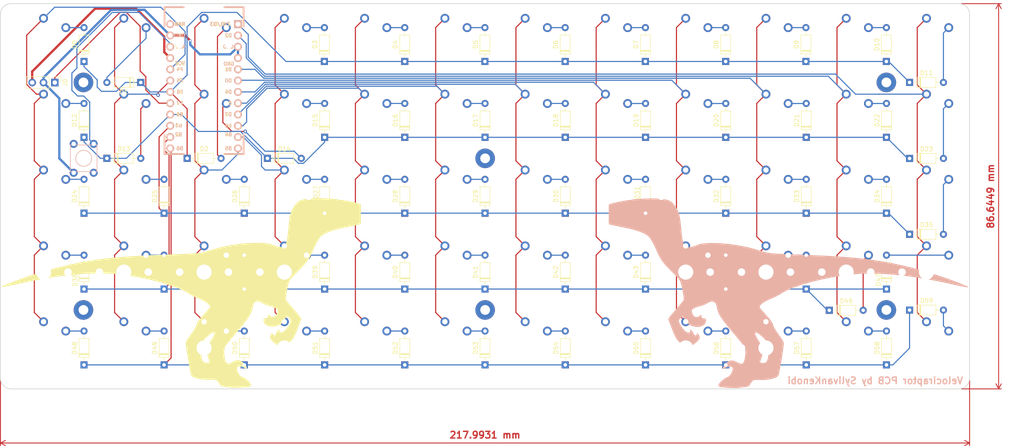
<source format=kicad_pcb>
(kicad_pcb (version 20221018) (generator pcbnew)
  (layers (0 "F.Cu" signal) (31 "B.Cu" signal) (34 "B.Paste" user) (35 "F.Paste" user) (36 "B.SilkS" user "B.Silkscreen") (37 "F.SilkS" user "F.Silkscreen") (38 "B.Mask" user) (39 "F.Mask" user) (44 "Edge.Cuts" user))
  (net 0 "")
  (net 1 "/COL0")
  (net 2 "/COL1")
  (net 3 "/COL2")
  (net 4 "/COL3")
  (net 5 "/COL4")
  (net 6 "/COL5")
  (net 7 "/COL6")
  (net 8 "/COL7")
  (net 9 "/COL8")
  (net 10 "/COL9")
  (net 11 "/COL10")
  (net 12 "/COL11")
  (net 13 "/PIN15")
  (net 14 "GND")
  (net 15 "+5V")
  (net 16 "/ROW0")
  (net 17 "/ROW1")
  (net 18 "/ROW2")
  (net 19 "/ROW3")
  (net 20 "/ROW4")
  (net 21 "Net-(D0-A)")
  (net 22 "Net-(D1-A)")
  (net 23 "Net-(D2-A)")
  (net 24 "Net-(D3-A)")
  (net 25 "Net-(D4-A)")
  (net 26 "Net-(D5-A)")
  (net 27 "Net-(D6-A)")
  (net 28 "Net-(D7-A)")
  (net 29 "Net-(D8-A)")
  (net 30 "Net-(D9-A)")
  (net 31 "Net-(D10-A)")
  (net 32 "Net-(D11-A)")
  (net 33 "Net-(D12-A)")
  (net 34 "Net-(D13-A)")
  (net 35 "Net-(D14-A)")
  (net 36 "Net-(D15-A)")
  (net 37 "Net-(D16-A)")
  (net 38 "Net-(D17-A)")
  (net 39 "Net-(D18-A)")
  (net 40 "Net-(D19-A)")
  (net 41 "Net-(D20-A)")
  (net 42 "Net-(D21-A)")
  (net 43 "Net-(D22-A)")
  (net 44 "Net-(D23-A)")
  (net 45 "Net-(D24-A)")
  (net 46 "Net-(D25-A)")
  (net 47 "Net-(D26-A)")
  (net 48 "Net-(D27-A)")
  (net 49 "Net-(D28-A)")
  (net 50 "Net-(D29-A)")
  (net 51 "Net-(D30-A)")
  (net 52 "Net-(D31-A)")
  (net 53 "Net-(D32-A)")
  (net 54 "Net-(D33-A)")
  (net 55 "Net-(D34-A)")
  (net 56 "Net-(D35-A)")
  (net 57 "Net-(D36-A)")
  (net 58 "Net-(D37-A)")
  (net 59 "Net-(D38-A)")
  (net 60 "Net-(D39-A)")
  (net 61 "Net-(D40-A)")
  (net 62 "Net-(D41-A)")
  (net 63 "Net-(D42-A)")
  (net 64 "Net-(D43-A)")
  (net 65 "Net-(D44-A)")
  (net 66 "Net-(D45-A)")
  (net 67 "Net-(D46-A)")
  (net 68 "Net-(D47-A)")
  (net 69 "Net-(D48-A)")
  (net 70 "Net-(D49-A)")
  (net 71 "Net-(D50-A)")
  (net 72 "Net-(D51-A)")
  (net 73 "Net-(D52-A)")
  (net 74 "Net-(D53-A)")
  (net 75 "Net-(D54-A)")
  (net 76 "Net-(D55-A)")
  (net 77 "Net-(D56-A)")
  (net 78 "Net-(D57-A)")
  (net 79 "Net-(D58-A)")
  (net 80 "Net-(D59-A)")
  (net 81 "Net-(U0-RST)")
  (footprint "Diode_THT:D_DO-35_SOD27_P7.62mm_Horizontal" (layer "F.Cu") (at 64.816199 43.23 180)
    (fp_text reference "D1")
    (fp_text value "1N4148")
  )
  (footprint "Keebio-Parts:Kailh-PG1350-1u-NoLED" (layer "F.Cu") (at 205.441239 85.8875 180)
    (fp_text reference "SW45")
    (fp_text value "MX" hide)
  )
  (footprint "Diode_THT:D_DO-35_SOD27_P7.62mm_Horizontal" (layer "F.Cu") (at 232.525 38.51 90)
    (fp_text reference "D10")
    (fp_text value "1N4148")
  )
  (footprint "Keebio-Parts:Kailh-PG1350-1u-NoLED" (layer "F.Cu") (at 61.006199 85.8875 180)
    (fp_text reference "SW37")
    (fp_text value "MX" hide)
  )
  (footprint "Connector_PinHeader_2.54mm:PinHeader_1x03_P2.54mm_Vertical" (layer "F.Cu") (at 45.476819 43.25 -90)
    (fp_text reference "J0")
    (fp_text value "Conn_01x03")
  )
  (footprint "Diode_THT:D_DO-35_SOD27_P7.62mm_Horizontal" (layer "F.Cu") (at 232.549999 72.635 90)
    (fp_text reference "D34")
    (fp_text value "1N4148")
  )
  (footprint "Keebio-Parts:Kailh-PG1350-1u-NoLED" (layer "F.Cu") (at 151.278099 34.7 180)
    (fp_text reference "SW6")
    (fp_text value "MX" hide)
  )
  (footprint "Diode_THT:D_DO-35_SOD27_P7.62mm_Horizontal" (layer "F.Cu") (at 196.4 72.635 90)
    (fp_text reference "D32")
    (fp_text value "1N4148")
  )
  (footprint "Diode_THT:D_DO-35_SOD27_P7.62mm_Horizontal" (layer "F.Cu") (at 232.549999 106.76 90)
    (fp_text reference "D58")
    (fp_text value "1N4148")
  )
  (footprint "Keebio-Parts:Kailh-PG1350-1u-NoLED" (layer "F.Cu") (at 241.549999 85.8875 180)
    (fp_text reference "SW47")
    (fp_text value "MX" hide)
  )
  (footprint "Diode_THT:D_DO-35_SOD27_P7.62mm_Horizontal" (layer "F.Cu") (at 106.169339 55.5725 90)
    (fp_text reference "D15")
    (fp_text value "1N4148")
  )
  (footprint "Keebio-Parts:Kailh-PG1350-1u-NoLED" (layer "F.Cu") (at 151.278099 51.7625 180)
    (fp_text reference "SW18")
    (fp_text value "MX" hide)
  )
  (footprint "Diode_THT:D_DO-35_SOD27_P7.62mm_Horizontal" (layer "F.Cu") (at 160.3 89.6975 90)
    (fp_text reference "D42")
    (fp_text value "1N4148")
  )
  (footprint "Diode_THT:D_DO-35_SOD27_P7.62mm_Horizontal" (layer "F.Cu") (at 142.25 89.6975 90)
    (fp_text reference "D41")
    (fp_text value "1N4148")
  )
  (footprint "Keebio-Parts:Kailh-PG1350-1u-NoLED" (layer "F.Cu") (at 97.114959 51.7625 180)
    (fp_text reference "SW15")
    (fp_text value "MX" hide)
  )
  (footprint "Keebio-Parts:Kailh-PG1350-1u-NoLED" (layer "F.Cu") (at 133.223719 102.95 180)
    (fp_text reference "SW53")
    (fp_text value "MX" hide)
  )
  (footprint "Keebio-Parts:Kailh-PG1350-1u-NoLED" (layer "F.Cu") (at 133.223719 85.8875 180)
    (fp_text reference "SW41")
    (fp_text value "MX" hide)
  )
  (footprint "Diode_THT:D_DO-35_SOD27_P7.62mm_Horizontal" (layer "F.Cu") (at 106.125 38.51 90)
    (fp_text reference "D3")
    (fp_text value "1N4148")
  )
  (footprint "Keebio-Parts:Kailh-PG1350-1u-NoLED" (layer "F.Cu") (at 151.278099 85.8875 180)
    (fp_text reference "SW42")
    (fp_text value "MX" hide)
  )
  (footprint "Keebio-Parts:Kailh-PG1350-1u-NoLED" (layer "F.Cu") (at 169.332479 51.7625 180)
    (fp_text reference "SW19")
    (fp_text value "MX" hide)
  )
  (footprint "Keebio-Parts:Kailh-PG1350-1u-NoLED" (layer "F.Cu") (at 115.169339 51.7625 180)
    (fp_text reference "SW16")
    (fp_text value "MX" hide)
  )
  (footprint "Diode_THT:D_DO-35_SOD27_P7.62mm_Horizontal" (layer "F.Cu") (at 124.2 89.6975 90)
    (fp_text reference "D40")
    (fp_text value "1N4148")
  )
  (footprint "Keebio-Parts:Kailh-PG1350-1u-NoLED" (layer "F.Cu") (at 169.332479 85.8875 180)
    (fp_text reference "SW43")
    (fp_text value "MX" hide)
  )
  (footprint "Diode_THT:D_DO-35_SOD27_P7.62mm_Horizontal" (layer "F.Cu") (at 124.2 106.76 90)
    (fp_text reference "D52")
    (fp_text value "1N4148")
  )
  (footprint "Diode_THT:D_DO-35_SOD27_P7.62mm_Horizontal" (layer "F.Cu") (at 178.35 106.76 90)
    (fp_text reference "D55")
    (fp_text value "1N4148")
  )
  (footprint "Keebio-Parts:Kailh-PG1350-1u-NoLED" (layer "F.Cu") (at 61.006199 68.825 180)
    (fp_text reference "SW25")
    (fp_text value "MX" hide)
  )
  (footprint "Keebio-Parts:Kailh-PG1350-1u-NoLED" (layer "F.Cu") (at 187.386859 51.7625 180)
    (fp_text reference "SW20")
    (fp_text value "MX" hide)
  )
  (footprint "Diode_THT:D_DO-35_SOD27_P7.62mm_Horizontal" (layer "F.Cu") (at 214.425 38.51 90)
    (fp_text reference "D9")
    (fp_text value "1N4148")
  )
  (footprint "Diode_THT:D_DO-35_SOD27_P7.62mm_Horizontal" (layer "F.Cu") (at 237.739999 94.425)
    (fp_text reference "D59")
    (fp_text value "1N4148")
  )
  (footprint "Diode_THT:D_DO-35_SOD27_P7.62mm_Horizontal" (layer "F.Cu") (at 70.060579 106.76 90)
    (fp_text reference "D49")
    (fp_text value "1N4148")
  )
  (footprint "Keebio-Parts:Kailh-PG1350-1u-NoLED" (layer "F.Cu") (at 169.332479 34.7 180)
    (fp_text reference "SW7")
    (fp_text value "MX" hide)
  )
  (footprint "Diode_THT:D_DO-35_SOD27_P7.62mm_Horizontal" (layer "F.Cu") (at 196.4 89.6975 90)
    (fp_text reference "D44")
    (fp_text value "1N4148")
  )
  (footprint "Keebio-Parts:Kailh-PG1350-1u-NoLED" (layer "F.Cu") (at 115.169339 34.7 180)
    (fp_text reference "SW4")
    (fp_text value "MX" hide)
  )
  (footprint "Keebio-Parts:Kailh-PG1350-1u-NoLED" (layer "F.Cu") (at 187.386859 85.8875 180)
    (fp_text reference "SW44")
    (fp_text value "MX" hide)
  )
  (footprint "Diode_THT:D_DO-35_SOD27_P7.62mm_Horizontal" (layer "F.Cu") (at 70.060579 89.6975 90)
    (fp_text reference "D37")
    (fp_text value "1N4148")
  )
  (footprint "Diode_THT:D_DO-35_SOD27_P7.62mm_Horizontal" (layer "F.Cu") (at 178.35 72.635 90)
    (fp_text reference "D31")
    (fp_text value "1N4148")
  )
  (footprint "" (layer "F.Cu") (at 232.525 94.4)
    (fp_text reference "")
    (fp_text value "")
  )
  (footprint "Diode_THT:D_DO-35_SOD27_P7.62mm_Horizontal" (layer "F.Cu") (at 142.225 38.51 90)
    (fp_text reference "D5")
    (fp_text value "1N4148")
  )
  (footprint "Diode_THT:D_DO-35_SOD27_P7.62mm_Horizontal" (layer "F.Cu") (at 196.375 38.51 90)
    (fp_text reference "D8")
    (fp_text value "1N4148")
  )
  (footprint "Diode_THT:D_DO-35_SOD27_P7.62mm_Horizontal" (layer "F.Cu") (at 57.196199 60.3)
    (fp_text reference "D13")
    (fp_text value "1N4148")
  )
  (footprint "Keebio-Parts:Kailh-PG1350-1u-NoLED" (layer "F.Cu") (at 79.060579 68.825 180)
    (fp_text reference "SW26")
    (fp_text value "MX" hide)
  )
  (footprint "Keebio-Parts:Kailh-PG1350-1u-NoLED" (layer "F.Cu") (at 223.495619 68.825 180)
    (fp_text reference "SW34")
    (fp_text value "MX" hide)
  )
  (footprint "LOGO" (layer "F.Cu") (at 73.9 90.6)
    (fp_text reference "G***" hide)
    (fp_text value "LOGO" hide)
  )
  (footprint "Diode_THT:D_DO-35_SOD27_P7.62mm_Horizontal" (layer "F.Cu") (at 219.685619 94.475)
    (fp_text reference "D46")
    (fp_text value "1N4148")
  )
  (footprint "Keebio-Parts:Kailh-PG1350-1u-NoLED" (layer "F.Cu") (at 151.278099 102.95 180)
    (fp_text reference "SW54")
    (fp_text value "MX" hide)
  )
  (footprint "Diode_THT:D_DO-35_SOD27_P7.62mm_Horizontal" (layer "F.Cu") (at 52.05 72.635 90)
    (fp_text reference "D24")
    (fp_text value "1N4148")
  )
  (footprint "Diode_THT:D_DO-35_SOD27_P7.62mm_Horizontal" (layer "F.Cu") (at 214.5 89.6975 90)
    (fp_text reference "D45")
    (fp_text value "1N4148")
  )
  (footprint "Keebio-Parts:Kailh-PG1350-1u-NoLED" (layer "F.Cu") (at 223.495619 102.95 180)
    (fp_text reference "SW58")
    (fp_text value "MX" hide)
  )
  (footprint "Diode_THT:D_DO-35_SOD27_P7.62mm_Horizontal" (layer "F.Cu") (at 237.739999 60.325)
    (fp_text reference "D23")
    (fp_text value "1N4148")
  )
  (footprint "Keebio-Parts:Kailh-PG1350-1u-NoLED" (layer "F.Cu") (at 133.223719 34.7 180)
    (fp_text reference "SW5")
    (fp_text value "MX" hide)
  )
  (footprint "Keebio-Parts:Kailh-PG1350-1u-NoLED" (layer "F.Cu") (at 223.495619 34.7 180)
    (fp_text reference "SW10")
    (fp_text value "MX" hide)
  )
  (footprint "Keebio-Parts:Kailh-PG1350-1u-NoLED" (layer "F.Cu") (at 205.441239 34.7 180)
    (fp_text reference "SW9")
    (fp_text value "MX" hide)
  )
  (footprint "Keebio-Parts:Kailh-PG1350-1u-NoLED" (layer "F.Cu") (at 61.006199 34.7 180)
    (fp_text reference "SW1")
    (fp_text value "MX" hide)
  )
  (footprint "Keebio-Parts:Kailh-PG1350-1u-NoLED" (layer "F.Cu") (at 79.060579 102.95 180)
    (fp_text reference "SW50")
    (fp_text value "MX" hide)
  )
  (footprint "Diode_THT:D_DO-35_SOD27_P7.62mm_Horizontal" (layer "F.Cu") (at 124.194339 38.51 90)
    (fp_text reference "D4")
    (fp_text value "1N4148")
  )
  (footprint "Diode_THT:D_DO-35_SOD27_P7.62mm_Horizontal" (layer "F.Cu") (at 106.169339 106.76 90)
    (fp_text reference "D51")
    (fp_text value "1N4148")
  )
  (footprint "Keebio-Parts:Kailh-PG1350-1u-NoLED" (layer "F.Cu") (at 79.060579 85.8875 180)
    (fp_text reference "SW38")
    (fp_text value "MX" hide)
  )
  (footprint "Keebio-Parts:Kailh-PG1350-1u-NoLED" (layer "F.Cu") (at 115.169339 68.825 180)
    (fp_text reference "SW28")
    (fp_text value "MX" hide)
  )
  (footprint "Keebio-Parts:Kailh-PG1350-1u-NoLED" (layer "F.Cu") (at 61.006199 51.7625 180)
    (fp_text reference "SW13")
    (fp_text value "MX" hide)
  )
  (footprint "Keebio-Parts:Kailh-PG1350-1u-NoLED" (layer "F.Cu") (at 205.441239 102.95 180)
    (fp_text reference "SW57")
    (fp_text value "MX" hide)
  )
  (footprint "Keebio-Parts:Kailh-PG1350-1u-NoLED" (layer "F.Cu") (at 42.951819 85.8875 180)
    (fp_text reference "SW36")
    (fp_text value "MX" hide)
  )
  (footprint "Diode_THT:D_DO-35_SOD27_P7.62mm_Horizontal" (layer "F.Cu") (at 214.5 55.5725 90)
    (fp_text reference "D21")
    (fp_text value "1N4148")
  )
  (footprint "Diode_THT:D_DO-35_SOD27_P7.62mm_Horizontal" (layer "F.Cu") (at 52.05 55.5725 90)
    (fp_text reference "D12")
    (fp_text value "1N4148")
  )
  (footprint "Keebio-Parts:Kailh-PG1350-1u-NoLED" (layer "F.Cu") (at 241.549999 34.7 180)
    (fp_text reference "SW11")
    (fp_text value "MX" hide)
  )
  (footprint "Keebio-Parts:Kailh-PG1350-1u-NoLED" (layer "F.Cu") (at 42.951819 34.7 180)
    (fp_text reference "SW0")
    (fp_text value "MX" hide)
  )
  (footprint "Diode_THT:D_DO-35_SOD27_P7.62mm_Horizontal" (layer "F.Cu") (at 52.05 106.76 90)
    (fp_text reference "D48")
    (fp_text value "1N4148")
  )
  (footprint "Diode_THT:D_DO-35_SOD27_P7.62mm_Horizontal" (layer "F.Cu") (at 178.35 55.5725 90)
    (fp_text reference "D19")
    (fp_text value "1N4148")
  )
  (footprint "Keebio-Parts:Kailh-PG1350-1u-NoLED" (layer "F.Cu") (at 115.169339 85.8875 180)
    (fp_text reference "SW40")
    (fp_text value "MX" hide)
  )
  (footprint "Diode_THT:D_DO-35_SOD27_P7.62mm_Horizontal" (layer "F.Cu") (at 160.3 72.635 90)
    (fp_text reference "D30")
    (fp_text value "1N4148")
  )
  (footprint "Diode_THT:D_DO-35_SOD27_P7.62mm_Horizontal" (layer "F.Cu") (at 93.304959 60.3)
    (fp_text reference "D14")
    (fp_text value "1N4148")
  )
  (footprint "Keebio-Parts:Kailh-PG1350-1u-NoLED" (layer "F.Cu") (at 223.495619 85.8875 180)
    (fp_text reference "SW46")
    (fp_text value "MX" hide)
  )
  (footprint "Keebio-Parts:Kailh-PG1350-1u-NoLED" (layer "F.Cu") (at 205.441239 68.825 180)
    (fp_text reference "SW33")
    (fp_text value "MX" hide)
  )
  (footprint "Diode_THT:D_DO-35_SOD27_P7.62mm_Horizontal" (layer "F.Cu") (at 142.25 72.635 90)
    (fp_text reference "D29")
    (fp_text value "1N4148")
  )
  (footprint "Diode_THT:D_DO-35_SOD27_P7.62mm_Horizontal" (layer "F.Cu") (at 70.060579 72.635 90)
    (fp_text reference "D25")
    (fp_text value "1N4148")
  )
  (footprint "Diode_THT:D_DO-35_SOD27_P7.62mm_Horizontal" (layer "F.Cu") (at 88.1 106.76 90)
    (fp_text reference "D50")
    (fp_text value "1N4148")
  )
  (footprint "Diode_THT:D_DO-35_SOD27_P7.62mm_Horizontal" (layer "F.Cu") (at 196.4 55.5725 90)
    (fp_text reference "D20")
    (fp_text value "1N4148")
  )
  (footprint "" (layer "F.Cu") (at 51.925 94.4)
    (fp_text reference "")
    (fp_text value "")
  )
  (footprint "Diode_THT:D_DO-35_SOD27_P7.62mm_Horizontal" (layer "F.Cu") (at 142.25 106.76 90)
    (fp_text reference "D53")
    (fp_text value "1N4148")
  )
  (footprint "Diode_THT:D_DO-35_SOD27_P7.62mm_Horizontal" (layer "F.Cu") (at 75.250579 60.3)
    (fp_text reference "D2")
    (fp_text value "1N4148")
  )
  (footprint "Keebio-Parts:Kailh-PG1350-1u-NoLED" (layer "F.Cu") (at 241.549999 68.825 180)
    (fp_text reference "SW35")
    (fp_text value "MX" hide)
  )
  (footprint "Keebio-Parts:Kailh-PG1350-1u-NoLED" (layer "F.Cu") (at 187.386859 34.7 180)
    (fp_text reference "SW8")
    (fp_text value "MX" hide)
  )
  (footprint "Diode_THT:D_DO-35_SOD27_P7.62mm_Horizontal" (layer "F.Cu") (at 52.05 89.6975 90)
    (fp_text reference "D36")
    (fp_text value "1N4148")
  )
  (footprint "Diode_THT:D_DO-35_SOD27_P7.62mm_Horizontal" (layer "F.Cu") (at 178.325 38.51 90)
    (fp_text reference "D7")
    (fp_text value "1N4148")
  )
  (footprint "Keebio-Parts:Kailh-PG1350-1u-NoLED" (layer "F.Cu") (at 241.549999 51.7625 180)
    (fp_text reference "SW23")
    (fp_text value "MX" hide)
  )
  (footprint "Keebio-Parts:Kailh-PG1350-1u-NoLED" (layer "F.Cu") (at 42.951819 68.825 180)
    (fp_text reference "SW24")
    (fp_text value "MX" hide)
  )
  (footprint "Keebio-Parts:Kailh-PG1350-1u-NoLED" (layer "F.Cu") (at 97.114959 34.7 180)
    (fp_text reference "SW3")
    (fp_text value "MX" hide)
  )
  (footprint "Keebio-Parts:Kailh-PG1350-1u-NoLED" (layer "F.Cu") (at 151.278099 68.825 180)
    (fp_text reference "SW30")
    (fp_text value "MX" hide)
  )
  (footprint "Keebio-Parts:Kailh-PG1350-1u-NoLED" (layer "F.Cu") (at 61.006199 102.95 180)
    (fp_text reference "SW49")
    (fp_text value "MX" hide)
  )
  (footprint "Keebio-Parts:Kailh-PG1350-1u-NoLED" (layer "F.Cu") (at 42.951819 102.95 180)
    (fp_text reference "SW48")
    (fp_text value "MX" hide)
  )
  (footprint "Keebio-Parts:Kailh-PG1350-1u-NoLED" (layer "F.Cu") (at 133.223719 68.825 180)
    (fp_text reference "SW29")
    (fp_text value "MX" hide)
  )
  (footprint "Diode_THT:D_DO-35_SOD27_P7.62mm_Horizontal" (layer "F.Cu") (at 124.2 72.635 90)
    (fp_text reference "D28")
    (fp_text value "1N4148")
  )
  (footprint "Keebio-Parts:Kailh-PG1350-1u-NoLED" (layer "F.Cu") (at 187.386859 68.825 180)
    (fp_text reference "SW32")
    (fp_text value "MX" hide)
  )
  (footprint "Keebio-Parts:Kailh-PG1350-1u-NoLED" (layer "F.Cu") (at 133.223719 51.7625 180)
    (fp_text reference "SW17")
    (fp_text value "MX" hide)
  )
  (footprint "Diode_THT:D_DO-35_SOD27_P7.62mm_Horizontal" (layer "F.Cu") (at 124.2 55.5725 90)
    (fp_text reference "D16")
    (fp_text value "1N4148")
  )
  (footprint "Keebio-Parts:Kailh-PG1350-1u-NoLED" (layer "F.Cu") (at 241.549999 102.95 180)
    (fp_text reference "SW59")
    (fp_text value "MX" hide)
  )
  (footprint "Diode_THT:D_DO-35_SOD27_P7.62mm_Horizontal" (layer "F.Cu") (at 160.3 55.5725 90)
    (fp_text reference "D18")
    (fp_text value "1N4148")
  )
  (footprint "Diode_THT:D_DO-35_SOD27_P7.62mm_Horizontal" (layer "F.Cu") (at 214.5 106.76 90)
    (fp_text reference "D57")
    (fp_text value "1N4148")
  )
  (footprint "" (layer "F.Cu") (at 51.925 43.225)
    (fp_text reference "")
    (fp_text value "")
  )
  (footprint "Diode_THT:D_DO-35_SOD27_P7.62mm_Horizontal" (layer "F.Cu") (at 214.5 72.635 90)
    (fp_text reference "D33")
    (fp_text value "1N4148")
  )
  (footprint "Diode_THT:D_DO-35_SOD27_P7.62mm_Horizontal" (layer "F.Cu") (at 106.169339 89.6975 90)
    (fp_text reference "D39")
    (fp_text value "1N4148")
  )
  (footprint "Diode_THT:D_DO-35_SOD27_P7.62mm_Horizontal" (layer "F.Cu") (at 88.1 72.635 90)
    (fp_text reference "D26")
    (fp_text value "1N4148")
  )
  (footprint "Keebio-Parts:Kailh-PG1350-1u-NoLED" (layer "F.Cu") (at 97.114959 85.8875 180)
    (fp_text reference "SW39")
    (fp_text value "MX" hide)
  )
  (footprint "" (layer "F.Cu") (at 142.275 60.3)
    (fp_text reference "")
    (fp_text value "")
  )
  (footprint "Diode_THT:D_DO-35_SOD27_P7.62mm_Horizontal" (layer "F.Cu") (at 237.739999 77.3875)
    (fp_text reference "D35")
    (fp_text value "1N4148")
  )
  (footprint "Keebio-Parts:Kailh-PG1350-1u-NoLED" (layer "F.Cu") (at 115.169339 102.95 180)
    (fp_text reference "SW52")
    (fp_text value "MX" hide)
  )
  (footprint "Diode_THT:D_DO-35_SOD27_P7.62mm_Horizontal" (layer "F.Cu") (at 160.275 38.51 90)
    (fp_text reference "D6")
    (fp_text value "1N4148")
  )
  (footprint "" (layer "F.Cu") (at 232.525 43.225)
    (fp_text reference "")
    (fp_text value "")
  )
  (footprint "Diode_THT:D_DO-35_SOD27_P7.62mm_Horizontal" (layer "F.Cu") (at 160.3 106.76 90)
    (fp_text reference "D54")
    (fp_text value "1N4148")
  )
  (footprint "Diode_THT:D_DO-35_SOD27_P7.62mm_Horizontal" (layer "F.Cu") (at 52.05 38.51 90)
    (fp_text reference "D0")
    (fp_text value "1N4148" hide)
  )
  (footprint "Diode_THT:D_DO-35_SOD27_P7.62mm_Horizontal" (layer "F.Cu") (at 196.4 106.76 90)
    (fp_text reference "D56")
    (fp_text value "1N4148")
  )
  (footprint "Diode_THT:D_DO-35_SOD27_P7.62mm_Horizontal" (layer "F.Cu") (at 237.739999 43.225)
    (fp_text reference "D11")
    (fp_text value "1N4148")
  )
  (footprint "Diode_THT:D_DO-35_SOD27_P7.62mm_Horizontal" (layer "F.Cu") (at 106.169339 72.635 90)
    (fp_text reference "D27")
    (fp_text value "1N4148")
  )
  (footprint "Diode_THT:D_DO-35_SOD27_P7.62mm_Horizontal" (layer "F.Cu") (at 88.1 89.6975 90)
    (fp_text reference "D38")
    (fp_text value "1N4148")
  )
  (footprint "Diode_THT:D_DO-35_SOD27_P7.62mm_Horizontal" (layer "F.Cu") (at 142.25 55.5725 90)
    (fp_text reference "D17")
    (fp_text value "1N4148")
  )
  (footprint "Keebio-Parts:Kailh-PG1350-1u-NoLED" (layer "F.Cu") (at 97.114959 68.825 180)
    (fp_text reference "SW27")
    (fp_text value "MX" hide)
  )
  (footprint "Keebio-Parts:Kailh-PG1350-1u-NoLED" (layer "F.Cu") (at 169.332479 102.95 180)
    (fp_text reference "SW55")
    (fp_text value "MX" hide)
  )
  (footprint "Diode_THT:D_DO-35_SOD27_P7.62mm_Horizontal" (layer "F.Cu") (at 232.549999 55.5725 90)
    (fp_text reference "D22")
    (fp_text value "1N4148")
  )
  (footprint "Diode_THT:D_DO-35_SOD27_P7.62mm_Horizontal" (layer "F.Cu") (at 178.35 89.6975 90)
    (fp_text reference "D43")
    (fp_text value "1N4148")
  )
  (footprint "Keebio-Parts:Kailh-PG1350-1u-NoLED" (layer "F.Cu") (at 223.495619 51.7625 180)
    (fp_text reference "SW22")
    (fp_text value "MX" hide)
  )
  (footprint "Diode_THT:D_DO-35_SOD27_P7.62mm_Horizontal" (layer "F.Cu") (at 232.549999 89.6975 90)
    (fp_text reference "D47")
    (fp_text value "1N4148")
  )
  (footprint "Keebio-Parts:Kailh-PG1350-1u-NoLED" (layer "F.Cu") (at 42.951819 51.7625 180)
    (fp_text reference "SW12")
    (fp_text value "MX" hide)
  )
  (footprint "Keebio-Parts:Kailh-PG1350-1u-NoLED" (layer "F.Cu") (at 187.386859 102.95 180)
    (fp_text reference "SW56")
    (fp_text value "MX" hide)
  )
  (footprint "Keebio-Parts:Kailh-PG1350-1u-NoLED" (layer "F.Cu") (at 79.060579 51.7625 180)
    (fp_text reference "SW14")
    (fp_text value "MX" hide)
  )
  (footprint "Keebio-Parts:Kailh-PG1350-1u-NoLED" (layer "F.Cu") (at 97.114959 102.95 180)
    (fp_text reference "SW51")
    (fp_text value "MX" hide)
  )
  (footprint "Keebio-Parts:Kailh-PG1350-1u-NoLED" (layer "F.Cu") (at 79.060579 34.7 180)
    (fp_text reference "SW2")
    (fp_text value "MX" hide)
  )
  (footprint "Keebio-Parts:Kailh-PG1350-1u-NoLED" (layer "F.Cu") (at 205.441239 51.7625 180)
    (fp_text reference "SW21")
    (fp_text value "MX" hide)
  )
  (footprint "Keebio-Parts:Kailh-PG1350-1u-NoLED" (layer "F.Cu") (at 169.332479 68.825 180)
    (fp_text reference "SW31")
    (fp_text value "MX" hide)
  )
  (footprint "" (layer "F.Cu") (at 142.275 94.4)
    (fp_text reference "")
    (fp_text value "")
  )
  (footprint "LOGO" (layer "B.Cu") (at 210.5 90.65 180)
    (fp_text reference "G***" hide)
    (fp_text value "LOGO" hide)
  )
  (footprint "Molex-0548190589:PushButton_6x6mm_TH_Pretty" (layer "B.Cu") (at 51.979009 60.29375 90)
    (fp_text reference "SW61")
    (fp_text value "MX")
  )
  (footprint "Keebio-Parts:ArduinoProMicro" (layer "B.Cu") (at 79.060579 44.08675 -90)
    (fp_text reference "U0" hide)
    (fp_text value "Sparkfun_Pro_Micro" hide)
  )
  (gr_arc (start 33.254366 27.883797) (mid 33.951819 26.2) (end 35.635616 25.502547) (stroke (width 0.15)) (layer "Edge.Cuts"))
  (gr_arc (start 248.866202 25.502547) (mid 250.549999 26.2) (end 251.247452 27.883797) (stroke (width 0.15)) (layer "Edge.Cuts"))
  (gr_line (start 33.254367 109.766202) (end 33.254366 27.883797) (stroke (width 0.15)) (layer "Edge.Cuts"))
  (gr_arc (start 251.247452 109.766203) (mid 250.549999 111.45) (end 248.866202 112.147453) (stroke (width 0.15)) (layer "Edge.Cuts"))
  (gr_line (start 251.247452 109.766203) (end 251.247451 27.883798) (stroke (width 0.15)) (layer "Edge.Cuts"))
  (gr_line (start 35.635616 112.147453) (end 248.866202 112.147453) (stroke (width 0.15)) (layer "Edge.Cuts"))
  (gr_arc (start 35.635617 112.147452) (mid 33.95182 111.449999) (end 33.254367 109.766202) (stroke (width 0.15)) (layer "Edge.Cuts"))
  (gr_line (start 35.635616 25.502547) (end 248.866202 25.502547) (stroke (width 0.15)) (layer "Edge.Cuts"))
  (gr_text "Velociraptor PCB by SylivanKenobi" (at 249.925 111.175) (layer "B.SilkS") (effects (font (size 1.5 1.5) (thickness 0.3) bold) (justify left bottom mirror)))
  (dimension (type aligned) (layer "F.Cu") (pts (xy 248.866202 112.147453) (xy 248.866202 25.502547)) (height 8.908798) (gr_text "86.6449 mm" (at 255.975 68.825 90) (layer "F.Cu") (effects (font (size 1.5 1.5) (thickness 0.3)))) (format (prefix "") (suffix "") (units 3) (units_format 1) (precision 4)) (style (thickness 0.2) (arrow_length 1.27) (text_position_mode 0) (extension_height 0.58642) (extension_offset 0.5) keep_text_aligned))
  (dimension (type aligned) (layer "F.Cu") (pts (xy 33.254367 109.766202) (xy 251.247452 109.766203)) (height 14.558797) (gr_text "217.9931 mm" (at 142.25091 122.525 359.9999995) (layer "F.Cu") (effects (font (size 1.5 1.5) (thickness 0.3)))) (format (prefix "") (suffix "") (units 3) (units_format 1) (precision 4)) (style (thickness 0.2) (arrow_length 1.27) (text_position_mode 0) (extension_height 0.58642) (extension_offset 0.5) keep_text_aligned))
  (segment (start 39.15 32.601819) (end 42.951819 28.8) (width 0.25) (layer "F.Cu") (net 1))
  (segment (start 40.876818 77.912499) (end 40.876818 65.000001) (width 0.25) (layer "F.Cu") (net 1))
  (segment (start 39.15 43.664882) (end 39.15 32.601819) (width 0.25) (layer "F.Cu") (net 1))
  (segment (start 42.951819 97.05) (end 40.876818 94.974999) (width 0.25) (layer "F.Cu") (net 1))
  (segment (start 42.951819 79.9875) (end 40.876818 77.912499) (width 0.25) (layer "F.Cu") (net 1))
  (segment (start 42.951819 62.925) (end 40.876818 60.849999) (width 0.25) (layer "F.Cu") (net 1))
  (segment (start 40.876818 94.974999) (end 40.876818 82.062501) (width 0.25) (layer "F.Cu") (net 1))
  (segment (start 40.876818 60.849999) (end 40.876818 47.937501) (width 0.25) (layer "F.Cu") (net 1))
  (segment (start 40.876818 65.000001) (end 42.951819 62.925) (width 0.25) (layer "F.Cu") (net 1))
  (segment (start 42.951819 45.8625) (end 41.347618 45.8625) (width 0.25) (layer "F.Cu") (net 1))
  (segment (start 41.347618 45.8625) (end 39.15 43.664882) (width 0.25) (layer "F.Cu") (net 1))
  (segment (start 40.876818 47.937501) (end 42.951819 45.8625) (width 0.25) (layer "F.Cu") (net 1))
  (segment (start 40.876818 82.062501) (end 42.951819 79.9875) (width 0.25) (layer "F.Cu") (net 1))
  (segment (start 69.339724 26.317) (end 45.434819 26.317) (width 0.25) (layer "B.Cu") (net 1))
  (segment (start 74.78558 31.762856) (end 69.339724 26.317) (width 0.25) (layer "B.Cu") (net 1))
  (segment (start 71.440579 40.27675) (end 74.78558 36.931749) (width 0.25) (layer "B.Cu") (net 1))
  (segment (start 45.434819 26.317) (end 42.951819 28.8) (width 0.25) (layer "B.Cu") (net 1))
  (segment (start 74.78558 36.931749) (end 74.78558 31.762856) (width 0.25) (layer "B.Cu") (net 1))
  (segment (start 58.931198 82.062501) (end 61.006199 79.9875) (width 0.25) (layer "F.Cu") (net 2))
  (segment (start 61.006199 62.925) (end 58.931198 60.849999) (width 0.25) (layer "F.Cu") (net 2))
  (segment (start 61.006199 45.8625) (end 58.931198 43.787499) (width 0.25) (layer "F.Cu") (net 2))
  (segment (start 58.931198 94.974999) (end 58.931198 82.062501) (width 0.25) (layer "F.Cu") (net 2))
  (segment (start 58.931198 60.849999) (end 58.931198 47.937501) (width 0.25) (layer "F.Cu") (net 2))
  (segment (start 58.931198 77.912499) (end 58.931198 65.000001) (width 0.25) (layer "F.Cu") (net 2))
  (segment (start 58.931198 30.875001) (end 61.006199 28.8) (width 0.25) (layer "F.Cu") (net 2))
  (segment (start 58.931198 43.787499) (end 58.931198 30.875001) (width 0.25) (layer "F.Cu") (net 2))
  (segment (start 61.006199 97.05) (end 58.931198 94.974999) (width 0.25) (layer "F.Cu") (net 2))
  (segment (start 58.931198 65.000001) (end 61.006199 62.925) (width 0.25) (layer "F.Cu") (net 2))
  (segment (start 68.725 45.532329) (end 71.440579 42.81675) (width 0.25) (layer "F.Cu") (net 2))
  (segment (start 58.931198 47.937501) (end 61.006199 45.8625) (width 0.25) (layer "F.Cu") (net 2))
  (segment (start 68.725 46.08125) (end 68.725 45.532329) (width 0.25) (layer "F.Cu") (net 2))
  (segment (start 61.006199 79.9875) (end 58.931198 77.912499) (width 0.25) (layer "F.Cu") (net 2))
  (via (at 68.725 46.08125) (size 0.8) (drill 0.4) (layers "F.Cu" "B.Cu") (net 2))
  (segment (start 68.50625 45.8625) (end 68.725 46.08125) (width 0.25) (layer "B.Cu") (net 2))
  (segment (start 61.006199 45.8625) (end 68.50625 45.8625) (width 0.25) (layer "B.Cu") (net 2))
  (segment (start 76.985578 60.849999) (end 76.985578 47.937501) (width 0.25) (layer "F.Cu") (net 3))
  (segment (start 76.985578 43.787499) (end 76.985578 30.875001) (width 0.25) (layer "F.Cu") (net 3))
  (segment (start 79.060579 45.8625) (end 76.985578 43.787499) (width 0.25) (layer "F.Cu") (net 3))
  (segment (start 79.060579 62.925) (end 76.985578 60.849999) (width 0.25) (layer "F.Cu") (net 3))
  (segment (start 76.985578 47.937501) (end 79.060579 45.8625) (width 0.25) (layer "F.Cu") (net 3))
  (segment (start 76.985578 82.062501) (end 79.060579 79.9875) (width 0.25) (layer "F.Cu") (net 3))
  (segment (start 79.060579 97.05) (end 76.985578 94.974999) (width 0.25) (layer "F.Cu") (net 3))
  (segment (start 76.985578 94.974999) (end 76.985578 82.062501) (width 0.25) (layer "F.Cu") (net 3))
  (segment (start 79.060579 79.9875) (end 76.985578 77.912499) (width 0.25) (layer "F.Cu") (net 3))
  (segment (start 76.985578 77.912499) (end 76.985578 65.000001) (width 0.25) (layer "F.Cu") (net 3))
  (segment (start 76.985578 30.875001) (end 79.060579 28.8) (width 0.25) (layer "F.Cu") (net 3))
  (segment (start 76.985578 65.000001) (end 79.060579 62.925) (width 0.25) (layer "F.Cu") (net 3))
  (segment (start 83.051604 62.925) (end 86.680579 59.296025) (width 0.25) (layer "B.Cu") (net 3))
  (segment (start 86.680579 59.296025) (end 86.680579 58.05675) (width 0.25) (layer "B.Cu") (net 3))
  (segment (start 79.060579 62.925) (end 83.051604 62.925) (width 0.25) (layer "B.Cu") (net 3))
  (segment (start 95.039958 94.974999) (end 97.114959 97.05) (width 0.25) (layer "F.Cu") (net 4))
  (segment (start 97.114959 62.925) (end 95.039958 65.000001) (width 0.25) (layer "F.Cu") (net 4))
  (segment (start 95.039958 65.000001) (end 95.039958 77.912499) (width 0.25) (layer "F.Cu") (net 4))
  (segment (start 97.114959 79.9875) (end 95.039958 82.062501) (width 0.25) (layer "F.Cu") (net 4))
  (segment (start 95.039958 43.787499) (end 97.114959 45.8625) (width 0.25) (layer "F.Cu") (net 4))
  (segment (start 95.039958 30.875001) (end 95.039958 43.787499) (width 0.25) (layer "F.Cu") (net 4))
  (segment (start 95.039958 47.937501) (end 95.039958 60.849999) (width 0.25) (layer "F.Cu") (net 4))
  (segment (start 97.114959 45.8625) (end 95.039958 47.937501) (width 0.25) (layer "F.Cu") (net 4))
  (segment (start 95.039958 77.912499) (end 97.114959 79.9875) (width 0.25) (layer "F.Cu") (net 4))
  (segment (start 95.039958 82.062501) (end 95.039958 94.974999) (width 0.25) (layer "F.Cu") (net 4))
  (segment (start 97.114959 28.8) (end 95.039958 30.875001) (width 0.25) (layer "F.Cu") (net 4))
  (segment (start 95.039958 60.849999) (end 97.114959 62.925) (width 0.25) (layer "F.Cu") (net 4))
  (segment (start 92.8 62.925) (end 91.971781 62.096781) (width 0.25) (layer "B.Cu") (net 4))
  (segment (start 91.971781 62.096781) (end 91.971781 59.603218) (width 0.25) (layer "B.Cu") (net 4))
  (segment (start 87.885313 55.51675) (end 86.680579 55.51675) (width 0.25) (layer "B.Cu") (net 4))
  (segment (start 91.971781 59.603218) (end 87.885313 55.51675) (width 0.25) (layer "B.Cu") (net 4))
  (segment (start 97.114959 62.925) (end 92.8 62.925) (width 0.25) (layer "B.Cu") (net 4))
  (segment (start 115.169339 62.925) (end 113.094338 65.000001) (width 0.25) (layer "F.Cu") (net 5))
  (segment (start 113.094338 77.912499) (end 115.169339 79.9875) (width 0.25) (layer "F.Cu") (net 5))
  (segment (start 113.094338 30.875001) (end 113.094338 43.787499) (width 0.25) (layer "F.Cu") (net 5))
  (segment (start 113.094338 60.849999) (end 115.169339 62.925) (width 0.25) (layer "F.Cu") (net 5))
  (segment (start 113.094338 47.937501) (end 113.094338 60.849999) (width 0.25) (layer "F.Cu") (net 5))
  (segment (start 113.094338 94.974999) (end 115.169339 97.05) (width 0.25) (layer "F.Cu") (net 5))
  (segment (start 115.169339 79.9875) (end 113.094338 82.062501) (width 0.25) (layer "F.Cu") (net 5))
  (segment (start 115.169339 45.8625) (end 113.094338 47.937501) (width 0.25) (layer "F.Cu") (net 5))
  (segment (start 113.094338 82.062501) (end 113.094338 94.974999) (width 0.25) (layer "F.Cu") (net 5))
  (segment (start 113.094338 43.787499) (end 115.169339 45.8625) (width 0.25) (layer "F.Cu") (net 5))
  (segment (start 113.094338 65.000001) (end 113.094338 77.912499) (width 0.25) (layer "F.Cu") (net 5))
  (segment (start 115.169339 28.8) (end 113.094338 30.875001) (width 0.25) (layer "F.Cu") (net 5))
  (segment (start 93.216225 44.5375) (end 88.625 49.128725) (width 0.25) (layer "B.Cu") (net 5))
  (segment (start 87.77325 52.97675) (end 86.680579 52.97675) (width 0.25) (layer "B.Cu") (net 5))
  (segment (start 88.625 52.125) (end 87.77325 52.97675) (width 0.25) (layer "B.Cu") (net 5))
  (segment (start 115.169339 45.8625) (end 113.844339 44.5375) (width 0.25) (layer "B.Cu") (net 5))
  (segment (start 113.844339 44.5375) (end 93.216225 44.5375) (width 0.25) (layer "B.Cu") (net 5))
  (segment (start 88.625 49.128725) (end 88.625 52.125) (width 0.25) (layer "B.Cu") (net 5))
  (segment (start 133.223719 45.8625) (end 131.148718 47.937501) (width 0.25) (layer "F.Cu") (net 6))
  (segment (start 131.148718 30.875001) (end 131.148718 43.787499) (width 0.25) (layer "F.Cu") (net 6))
  (segment (start 131.148718 47.937501) (end 131.148718 60.849999) (width 0.25) (layer "F.Cu") (net 6))
  (segment (start 131.148718 82.062501) (end 131.148718 94.974999) (width 0.25) (layer "F.Cu") (net 6))
  (segment (start 133.223719 62.925) (end 131.148718 65.000001) (width 0.25) (layer "F.Cu") (net 6))
  (segment (start 131.148718 65.000001) (end 131.148718 77.912499) (width 0.25) (layer "F.Cu") (net 6))
  (segment (start 131.148718 60.849999) (end 133.223719 62.925) (width 0.25) (layer "F.Cu") (net 6))
  (segment (start 131.148718 77.912499) (end 133.223719 79.9875) (width 0.25) (layer "F.Cu") (net 6))
  (segment (start 131.148718 43.787499) (end 133.223719 45.8625) (width 0.25) (layer "F.Cu") (net 6))
  (segment (start 133.223719 79.9875) (end 131.148718 82.062501) (width 0.25) (layer "F.Cu") (net 6))
  (segment (start 133.223719 28.8) (end 131.148718 30.875001) (width 0.25) (layer "F.Cu") (net 6))
  (segment (start 131.148718 94.974999) (end 133.223719 97.05) (width 0.25) (layer "F.Cu") (net 6))
  (segment (start 131.448719 44.0875) (end 93.029829 44.0875) (width 0.25) (layer "B.Cu") (net 6))
  (segment (start 133.223719 45.8625) (end 131.448719 44.0875) (width 0.25) (layer "B.Cu") (net 6))
  (segment (start 93.029829 44.0875) (end 86.680579 50.43675) (width 0.25) (layer "B.Cu") (net 6))
  (segment (start 151.278099 79.9875) (end 149.203098 82.062501) (width 0.25) (layer "F.Cu") (net 7))
  (segment (start 151.278099 45.8625) (end 149.203098 47.937501) (width 0.25) (layer "F.Cu") (net 7))
  (segment (start 149.203098 94.974999) (end 151.278099 97.05) (width 0.25) (layer "F.Cu") (net 7))
  (segment (start 151.278099 28.8) (end 149.203098 30.875001) (width 0.25) (layer "F.Cu") (net 7))
  (segment (start 149.203098 47.937501) (end 149.203098 60.849999) (width 0.25) (layer "F.Cu") (net 7))
  (segment (start 149.203098 77.912499) (end 151.278099 79.9875) (width 0.25) (layer "F.Cu") (net 7))
  (segment (start 149.203098 65.000001) (end 149.203098 77.912499) (width 0.25) (layer "F.Cu") (net 7))
  (segment (start 149.203098 30.875001) (end 149.203098 43.787499) (width 0.25) (layer "F.Cu") (net 7))
  (segment (start 149.203098 43.787499) (end 151.278099 45.8625) (width 0.25) (layer "F.Cu") (net 7))
  (segment (start 151.278099 62.925) (end 149.203098 65.000001) (width 0.25) (layer "F.Cu") (net 7))
  (segment (start 149.203098 60.849999) (end 151.278099 62.925) (width 0.25) (layer "F.Cu") (net 7))
  (segment (start 149.203098 82.062501) (end 149.203098 94.974999) (width 0.25) (layer "F.Cu") (net 7))
  (segment (start 88.584183 47.89675) (end 86.680579 47.89675) (width 0.25) (layer "B.Cu") (net 7))
  (segment (start 149.053099 43.6375) (end 92.843433 43.6375) (width 0.25) (layer "B.Cu") (net 7))
  (segment (start 92.843433 43.6375) (end 88.584183 47.89675) (width 0.25) (layer "B.Cu") (net 7))
  (segment (start 151.278099 45.8625) (end 149.053099 43.6375) (width 0.25) (layer "B.Cu") (net 7))
  (segment (start 167.257478 30.875001) (end 167.257478 43.787499) (width 0.25) (layer "F.Cu") (net 8))
  (segment (start 169.332479 45.8625) (end 167.257478 47.937501) (width 0.25) (layer "F.Cu") (net 8))
  (segment (start 167.257478 94.974999) (end 169.332479 97.05) (width 0.25) (layer "F.Cu") (net 8))
  (segment (start 167.257478 47.937501) (end 167.257478 60.849999) (width 0.25) (layer "F.Cu") (net 8))
  (segment (start 167.257478 77.912499) (end 169.332479 79.9875) (width 0.25) (layer "F.Cu") (net 8))
  (segment (start 167.257478 60.849999) (end 169.332479 62.925) (width 0.25) (layer "F.Cu") (net 8))
  (segment (start 169.332479 62.925) (end 167.257478 65.000001) (width 0.25) (layer "F.Cu") (net 8))
  (segment (start 167.257478 43.787499) (end 169.332479 45.8625) (width 0.25) (layer "F.Cu") (net 8))
  (segment (start 167.257478 65.000001) (end 167.257478 77.912499) (width 0.25) (layer "F.Cu") (net 8))
  (segment (start 167.257478 82.062501) (end 167.257478 94.974999) (width 0.25) (layer "F.Cu") (net 8))
  (segment (start 169.332479 79.9875) (end 167.257478 82.062501) (width 0.25) (layer "F.Cu") (net 8))
  (segment (start 169.332479 28.8) (end 167.257478 30.875001) (width 0.25) (layer "F.Cu") (net 8))
  (segment (start 166.657479 43.1875) (end 169.332479 45.8625) (width 0.25) (layer "B.Cu") (net 8))
  (segment (start 86.680579 45.35675) (end 90.487787 45.35675) (width 0.25) (layer "B.Cu") (net 8))
  (segment (start 92.657037 43.1875) (end 166.657479 43.1875) (width 0.25) (layer "B.Cu") (net 8))
  (segment (start 90.487787 45.35675) (end 92.657037 43.1875) (width 0.25) (layer "B.Cu") (net 8))
  (segment (start 185.311858 65.000001) (end 185.311858 77.912499) (width 0.25) (layer "F.Cu") (net 9))
  (segment (start 187.386859 62.925) (end 185.311858 65.000001) (width 0.25) (layer "F.Cu") (net 9))
  (segment (start 187.386859 45.8625) (end 185.311858 47.937501) (width 0.25) (layer "F.Cu") (net 9))
  (segment (start 185.311858 30.875001) (end 185.311858 43.787499) (width 0.25) (layer "F.Cu") (net 9))
  (segment (start 187.386859 28.8) (end 185.311858 30.875001) (width 0.25) (layer "F.Cu") (net 9))
  (segment (start 185.311858 60.849999) (end 187.386859 62.925) (width 0.25) (layer "F.Cu") (net 9))
  (segment (start 185.311858 82.062501) (end 185.311858 94.974999) (width 0.25) (layer "F.Cu") (net 9))
  (segment (start 187.386859 79.9875) (end 185.311858 82.062501) (width 0.25) (layer "F.Cu") (net 9))
  (segment (start 185.311858 43.787499) (end 187.386859 45.8625) (width 0.25) (layer "F.Cu") (net 9))
  (segment (start 185.311858 77.912499) (end 187.386859 79.9875) (width 0.25) (layer "F.Cu") (net 9))
  (segment (start 185.311858 94.974999) (end 187.386859 97.05) (width 0.25) (layer "F.Cu") (net 9))
  (segment (start 185.311858 47.937501) (end 185.311858 60.849999) (width 0.25) (layer "F.Cu") (net 9))
  (segment (start 86.759829 42.7375) (end 184.261859 42.7375) (width 0.25) (layer "B.Cu") (net 9))
  (segment (start 86.680579 42.81675) (end 86.759829 42.7375) (width 0.25) (layer "B.Cu") (net 9))
  (segment (start 184.261859 42.7375) (end 187.386859 45.8625) (width 0.25) (layer "B.Cu") (net 9))
  (segment (start 203.366238 43.787499) (end 205.441239 45.8625) (width 0.25) (layer "F.Cu") (net 10))
  (segment (start 203.366238 94.974999) (end 205.441239 97.05) (width 0.25) (layer "F.Cu") (net 10))
  (segment (start 205.441239 45.8625) (end 203.366238 47.937501) (width 0.25) (layer "F.Cu") (net 10))
  (segment (start 203.366238 47.937501) (end 203.366238 60.849999) (width 0.25) (layer "F.Cu") (net 10))
  (segment (start 205.441239 62.925) (end 203.366238 65.000001) (width 0.25) (layer "F.Cu") (net 10))
  (segment (start 205.441239 79.9875) (end 203.366238 82.062501) (width 0.25) (layer "F.Cu") (net 10))
  (segment (start 205.441239 28.8) (end 203.366238 30.875001) (width 0.25) (layer "F.Cu") (net 10))
  (segment (start 203.366238 65.000001) (end 203.366238 77.912499) (width 0.25) (layer "F.Cu") (net 10))
  (segment (start 203.366238 82.062501) (end 203.366238 94.974999) (width 0.25) (layer "F.Cu") (net 10))
  (segment (start 203.366238 30.875001) (end 203.366238 43.787499) (width 0.25) (layer "F.Cu") (net 10))
  (segment (start 203.366238 77.912499) (end 205.441239 79.9875) (width 0.25) (layer "F.Cu") (net 10))
  (segment (start 203.366238 60.849999) (end 205.441239 62.925) (width 0.25) (layer "F.Cu") (net 10))
  (segment (start 90.475 40.275) (end 92.4875 42.2875) (width 0.25) (layer "B.Cu") (net 10))
  (segment (start 201.866239 42.2875) (end 205.441239 45.8625) (width 0.25) (layer "B.Cu") (net 10))
  (segment (start 86.680579 40.27675) (end 90.47325 40.27675) (width 0.25) (layer "B.Cu") (net 10))
  (segment (start 92.4875 42.2875) (end 201.866239 42.2875) (width 0.25) (layer "B.Cu") (net 10))
  (segment (start 90.47325 40.27675) (end 90.475 40.275) (width 0.25) (layer "B.Cu") (net 10))
  (segment (start 223.495619 45.8625) (end 221.420618 47.937501) (width 0.25) (layer "F.Cu") (net 11))
  (segment (start 221.420618 43.787499) (end 223.495619 45.8625) (width 0.25) (layer "F.Cu") (net 11))
  (segment (start 221.420618 82.062501) (end 221.420618 94.974999) (width 0.25) (layer "F.Cu") (net 11))
  (segment (start 223.495619 79.9875) (end 221.420618 82.062501) (width 0.25) (layer "F.Cu") (net 11))
  (segment (start 221.420618 94.974999) (end 223.495619 97.05) (width 0.25) (layer "F.Cu") (net 11))
  (segment (start 223.495619 62.925) (end 221.420618 65.000001) (width 0.25) (layer "F.Cu") (net 11))
  (segment (start 221.420618 65.000001) (end 221.420618 77.912499) (width 0.25) (layer "F.Cu") (net 11))
  (segment (start 221.420618 77.912499) (end 223.495619 79.9875) (width 0.25) (layer "F.Cu") (net 11))
  (segment (start 223.495619 28.8) (end 221.420618 30.875001) (width 0.25) (layer "F.Cu") (net 11))
  (segment (start 221.420618 47.937501) (end 221.420618 60.849999) (width 0.25) (layer "F.Cu") (net 11))
  (segment (start 221.420618 60.849999) (end 223.495619 62.925) (width 0.25) (layer "F.Cu") (net 11))
  (segment (start 221.420618 30.875001) (end 221.420618 43.787499) (width 0.25) (layer "F.Cu") (net 11))
  (segment (start 92.673896 41.8375) (end 219.470619 41.8375) (width 0.25) (layer "B.Cu") (net 11))
  (segment (start 88.55 37.713604) (end 92.673896 41.8375) (width 0.25) (layer "B.Cu") (net 11))
  (segment (start 88.55 34.525) (end 88.55 37.713604) (width 0.25) (layer "B.Cu") (net 11))
  (segment (start 86.680579 32.65675) (end 87.95 33.926171) (width 0.25) (layer "B.Cu") (net 11))
  (segment (start 87.95 33.926171) (end 87.951171 33.926171) (width 0.25) (layer "B.Cu") (net 11))
  (segment (start 219.470619 41.8375) (end 223.495619 45.8625) (width 0.25) (layer "B.Cu") (net 11))
  (segment (start 87.951171 33.926171) (end 88.55 34.525) (width 0.25) (layer "B.Cu") (net 11))
  (segment (start 241.549999 62.925) (end 239.474998 60.849999) (width 0.25) (layer "F.Cu") (net 12))
  (segment (start 239.474998 43.787499) (end 239.474998 30.875001) (width 0.25) (layer "F.Cu") (net 12))
  (segment (start 241.549999 79.9875) (end 239.474998 77.912499) (width 0.25) (layer "F.Cu") (net 12))
  (segment (start 239.474998 82.062501) (end 241.549999 79.9875) (width 0.25) (layer "F.Cu") (net 12))
  (segment (start 239.474998 60.849999) (end 239.474998 47.937501) (width 0.25) (layer "F.Cu") (net 12))
  (segment (start 241.549999 97.05) (end 239.474998 94.974999) (width 0.25) (layer "F.Cu") (net 12))
  (segment (start 239.474998 77.912499) (end 239.474998 65.000001) (width 0.25) (layer "F.Cu") (net 12))
  (segment (start 239.474998 30.875001) (end 241.549999 28.8) (width 0.25) (layer "F.Cu") (net 12))
  (segment (start 239.474998 94.974999) (end 239.474998 82.062501) (width 0.25) (layer "F.Cu") (net 12))
  (segment (start 239.474998 65.000001) (end 241.549999 62.925) (width 0.25) (layer "F.Cu") (net 12))
  (segment (start 239.474998 47.937501) (end 241.549999 45.8625) (width 0.25) (layer "F.Cu") (net 12))
  (segment (start 241.549999 45.8625) (end 239.474998 43.787499) (width 0.25) (layer "F.Cu") (net 12))
  (segment (start 230.8 45.875) (end 225.6 45.875) (width 0.25) (layer "B.Cu") (net 12))
  (segment (start 89 32.436171) (end 86.680579 30.11675) (width 0.25) (layer "B.Cu") (net 12))
  (segment (start 92.822792 41.35) (end 89 37.527208) (width 0.25) (layer "B.Cu") (net 12))
  (segment (start 241.549999 45.8625) (end 230.8125 45.8625) (width 0.25) (layer "B.Cu") (net 12))
  (segment (start 221.075 41.35) (end 92.822792 41.35) (width 0.25) (layer "B.Cu") (net 12))
  (segment (start 225.6 45.875) (end 221.075 41.35) (width 0.25) (layer "B.Cu") (net 12))
  (segment (start 230.8125 45.8625) (end 230.8 45.875) (width 0.25) (layer "B.Cu") (net 12))
  (segment (start 89 37.527208) (end 89 32.436171) (width 0.25) (layer "B.Cu") (net 12))
  (segment (start 68.94675 47.89675) (end 71.440579 47.89675) (width 0.25) (layer "F.Cu") (net 13))
  (segment (start 45.476819 43.25) (end 45.476819 42.15) (width 0.25) (layer "F.Cu") (net 13))
  (segment (start 64.681199 30.581199) (end 64.681199 40.656199) (width 0.25) (layer "F.Cu") (net 13))
  (segment (start 45.476819 42.15) (end 60.151819 27.475) (width 0.25) (layer "F.Cu") (net 13))
  (segment (start 60.151819 27.475) (end 61.575 27.475) (width 0.25) (layer "F.Cu") (net 13))
  (segment (start 65.95 44.9) (end 68.94675 47.89675) (width 0.25) (layer "F.Cu") (net 13))
  (segment (start 65.95 41.925) (end 65.95 44.9) (width 0.25) (layer "F.Cu") (net 13))
  (segment (start 61.575 27.475) (end 64.681199 30.581199) (width 0.25) (layer "F.Cu") (net 13))
  (segment (start 64.681199 40.656199) (end 65.95 41.925) (width 0.25) (layer "F.Cu") (net 13))
  (segment (start 75.95 33.825) (end 74.78175 32.65675) (width 0.508) (layer "F.Cu") (net 14))
  (segment (start 74.78175 32.65675) (end 71.440579 32.65675) (width 0.508) (layer "F.Cu") (net 14))
  (via (at 75.95 33.825) (size 0.6) (drill 0.4) (layers "F.Cu" "B.Cu") (net 14))
  (segment (start 46.497819 60.31256) (end 46.497819 46.811) (width 0.508) (layer "B.Cu") (net 14))
  (segment (start 65.679829 26.896) (end 71.440579 32.65675) (width 0.508) (layer "B.Cu") (net 14))
  (segment (start 84.973328 36.904001) (end 78.104001 36.904001) (width 0.508) (layer "B.Cu") (net 14))
  (segment (start 78.104001 36.904001) (end 75.95 34.75) (width 0.508) (layer "B.Cu") (net 14))
  (segment (start 86.680579 35.19675) (end 86.680579 37.73675) (width 0.508) (layer "B.Cu") (net 14))
  (segment (start 58.170666 26.896) (end 65.679829 26.896) (width 0.508) (layer "B.Cu") (net 14))
  (segment (start 86.680579 35.19675) (end 84.973328 36.904001) (width 0.508) (layer "B.Cu") (net 14))
  (segment (start 46.497819 46.811) (end 42.936819 43.25) (width 0.508) (layer "B.Cu") (net 14))
  (segment (start 49.729009 63.54375) (end 46.497819 60.31256) (width 0.508) (layer "B.Cu") (net 14))
  (segment (start 42.936819 43.25) (end 42.936819 42.129847) (width 0.508) (layer "B.Cu") (net 14))
  (segment (start 75.95 34.75) (end 75.95 33.825) (width 0.508) (layer "B.Cu") (net 14))
  (segment (start 42.936819 42.129847) (end 58.170666 26.896) (width 0.508) (layer "B.Cu") (net 14))
  (segment (start 54.541576 26.625) (end 63.787466 26.625) (width 0.508) (layer "F.Cu") (net 15))
  (segment (start 40.396819 43.25) (end 40.396819 40.769757) (width 0.508) (layer "F.Cu") (net 15))
  (segment (start 70.110279 36.40645) (end 71.440579 37.73675) (width 0.508) (layer "F.Cu") (net 15))
  (segment (start 70.110279 32.947813) (end 70.110279 36.40645) (width 0.508) (layer "F.Cu") (net 15))
  (segment (start 63.787466 26.625) (end 70.110279 32.947813) (width 0.508) (layer "F.Cu") (net 15))
  (segment (start 40.396819 40.769757) (end 54.541576 26.625) (width 0.508) (layer "F.Cu") (net 15))
  (segment (start 75.250579 49.16675) (end 71.440579 45.35675) (width 0.25) (layer "F.Cu") (net 16))
  (segment (start 75.250579 60.3) (end 75.250579 49.16675) (width 0.25) (layer "F.Cu") (net 16))
  (segment (start 78.511746 27.475) (end 78.675 27.475) (width 0.25) (layer "B.Cu") (net 16))
  (segment (start 97.476429 38.51) (end 86.441429 27.475) (width 0.25) (layer "B.Cu") (net 16))
  (segment (start 75.23558 41.561749) (end 75.23558 30.751166) (width 0.25) (layer "B.Cu") (net 16))
  (segment (start 52.05 38.51) (end 52.05 39.672911) (width 0.25) (layer "B.Cu") (net 16))
  (segment (start 233.024999 38.51) (end 237.739999 43.225) (width 0.25) (layer "B.Cu") (net 16))
  (segment (start 232.525 38.51) (end 106.125 38.51) (width 0.25) (layer "B.Cu") (net 16))
  (segment (start 71.440579 45.35675) (end 75.23558 41.561749) (width 0.25) (layer "B.Cu") (net 16))
  (segment (start 61.345 43.23) (end 64.816199 43.23) (width 0.25) (layer "B.Cu") (net 16))
  (segment (start 106.125 38.51) (end 97.476429 38.51) (width 0.25) (layer "B.Cu") (net 16))
  (segment (start 55.975 45.225) (end 59.35 45.225) (width 0.25) (layer "B.Cu") (net 16))
  (segment (start 59.35 45.225) (end 61.345 43.23) (width 0.25) (layer "B.Cu") (net 16))
  (segment (start 66.942949 45.35675) (end 64.816199 43.23) (width 0.25) (layer "B.Cu") (net 16))
  (segment (start 86.441429 27.475) (end 78.675 27.475) (width 0.25) (layer "B.Cu") (net 16))
  (segment (start 55.025 42.647911) (end 55.025 44.275) (width 0.25) (layer "B.Cu") (net 16))
  (segment (start 55.025 44.275) (end 55.975 45.225) (width 0.25) (layer "B.Cu") (net 16))
  (segment (start 71.440579 45.35675) (end 66.942949 45.35675) (width 0.25) (layer "B.Cu") (net 16))
  (segment (start 52.05 39.672911) (end 55.025 42.647911) (width 0.25) (layer "B.Cu") (net 16))
  (segment (start 75.23558 30.751166) (end 78.511746 27.475) (width 0.25) (layer "B.Cu") (net 16))
  (segment (start 101.4 61.425) (end 100.275 61.425) (width 0.25) (layer "B.Cu") (net 17))
  (segment (start 57.196199 60.3) (end 55.752847 60.3) (width 0.25) (layer "B.Cu") (net 17))
  (segment (start 106.169339 55.5725) (end 106.169339 56.655661) (width 0.25) (layer "B.Cu") (net 17))
  (segment (start 232.549999 55.5725) (end 106.169339 55.5725) (width 0.25) (layer "B.Cu") (net 17))
  (segment (start 237.302499 60.325) (end 232.549999 55.5725) (width 0.25) (layer "B.Cu") (net 17))
  (segment (start 93.304959 60.3) (end 87.254959 54.25) (width 0.25) (layer "B.Cu") (net 17))
  (segment (start 61.577329 60.3) (end 71.440579 50.43675) (width 0.25) (layer "B.Cu") (net 17))
  (segment (start 106.169339 56.655661) (end 101.4 61.425) (width 0.25) (layer "B.Cu") (net 17))
  (segment (start 73.967243 50.43675) (end 71.440579 50.43675) (width 0.25) (layer "B.Cu") (net 17))
  (segment (start 100.275 61.425) (end 99.15 60.3) (width 0.25) (layer "B.Cu") (net 17))
  (segment (start 52.05 56.597153) (end 52.05 55.5725) (width 0.25) (layer "B.Cu") (net 17))
  (segment (start 77.780493 54.25) (end 73.967243 50.43675) (width 0.25) (layer "B.Cu") (net 17))
  (segment (start 99.15 60.3) (end 93.304959 60.3) (width 0.25) (layer "B.Cu") (net 17))
  (segment (start 55.752847 60.3) (end 52.05 56.597153) (width 0.25) (layer "B.Cu") (net 17))
  (segment (start 237.739999 60.325) (end 237.302499 60.325) (width 0.25) (layer "B.Cu") (net 17))
  (segment (start 87.254959 54.25) (end 77.780493 54.25) (width 0.25) (layer "B.Cu") (net 17))
  (segment (start 57.196199 60.3) (end 61.577329 60.3) (width 0.25) (layer "B.Cu") (net 17))
  (segment (start 68.935579 71.51) (end 68.935579 55.48175) (width 0.25) (layer "F.Cu") (net 18))
  (segment (start 70.060579 72.635) (end 68.935579 71.51) (width 0.25) (layer "F.Cu") (net 18))
  (segment (start 68.935579 55.48175) (end 71.440579 52.97675) (width 0.25) (layer "F.Cu") (net 18))
  (segment (start 232.549999 72.635) (end 52.05 72.635) (width 0.25) (layer "B.Cu") (net 18))
  (segment (start 232.549999 72.635) (end 232.987499 72.635) (width 0.25) (layer "B.Cu") (net 18))
  (segment (start 232.987499 72.635) (end 237.739999 77.3875) (width 0.25) (layer "B.Cu") (net 18))
  (segment (start 70.239279 58.614279) (end 70.239279 56.71805) (width 0.25) (layer "F.Cu") (net 19))
  (segment (start 71.185579 88.5725) (end 71.185579 59.560579) (width 0.25) (layer "F.Cu") (net 19))
  (segment (start 70.060579 89.6975) (end 71.185579 88.5725) (width 0.25) (layer "F.Cu") (net 19))
  (segment (start 70.239279 56.71805) (end 71.440579 55.51675) (width 0.25) (layer "F.Cu") (net 19))
  (segment (start 71.185579 59.560579) (end 70.239279 58.614279) (width 0.25) (layer "F.Cu") (net 19))
  (segment (start 219.2775 94.475) (end 214.5 89.6975) (width 0.25) (layer "B.Cu") (net 19))
  (segment (start 219.685619 94.475) (end 219.2775 94.475) (width 0.25) (layer "B.Cu") (net 19))
  (segment (start 232.549999 89.6975) (end 52.05 89.6975) (width 0.25) (layer "B.Cu") (net 19))
  (segment (start 71.635579 58.25175) (end 71.440579 58.05675) (width 0.25) (layer "F.Cu") (net 20))
  (segment (start 70.060579 106.76) (end 71.635579 105.185) (width 0.25) (layer "F.Cu") (net 20))
  (segment (start 71.635579 105.185) (end 71.635579 58.25175) (width 0.25) (layer "F.Cu") (net 20))
  (segment (start 233.972413 106.76) (end 232.549999 106.76) (width 0.25) (layer "B.Cu") (net 20))
  (segment (start 237.739999 94.425) (end 237.739999 102.992414) (width 0.25) (layer "B.Cu") (net 20))
  (segment (start 232.549999 106.76) (end 52.05 106.76) (width 0.25) (layer "B.Cu") (net 20))
  (segment (start 237.739999 102.992414) (end 233.972413 106.76) (width 0.25) (layer "B.Cu") (net 20))
  (segment (start 47.961819 30.89) (end 47.951819 30.9) (width 0.25) (layer "B.Cu") (net 21))
  (segment (start 52.05 30.89) (end 47.961819 30.89) (width 0.25) (layer "B.Cu") (net 21))
  (segment (start 66.006199 33.28863) (end 66.006199 30.9) (width 0.25) (layer "B.Cu") (net 22))
  (segment (start 57.196199 43.23) (end 57.196199 42.09863) (width 0.25) (layer "B.Cu") (net 22))
  (segment (start 57.196199 42.09863) (end 66.006199 33.28863) (width 0.25) (layer "B.Cu") (net 22))
  (segment (start 82.870579 60.3) (end 82.07058 59.500001) (width 0.25) (layer "F.Cu") (net 23))
  (segment (start 82.07058 59.500001) (end 82.07058 32.889999) (width 0.25) (layer "F.Cu") (net 23))
  (segment (start 82.07058 32.889999) (end 84.060579 30.9) (width 0.25) (layer "F.Cu") (net 23))
  (segment (start 106.125 30.89) (end 102.124959 30.89) (width 0.25) (layer "B.Cu") (net 24))
  (segment (start 102.124959 30.89) (end 102.114959 30.9) (width 0.25) (layer "B.Cu") (net 24))
  (segment (start 120.179339 30.89) (end 120.169339 30.9) (width 0.25) (layer "B.Cu") (net 25))
  (segment (start 124.194339 30.89) (end 120.179339 30.89) (width 0.25) (layer "B.Cu") (net 25))
  (segment (start 138.233719 30.89) (end 138.223719 30.9) (width 0.25) (layer "B.Cu") (net 26))
  (segment (start 142.225 30.89) (end 138.233719 30.89) (width 0.25) (layer "B.Cu") (net 26))
  (segment (start 156.288099 30.89) (end 156.278099 30.9) (width 0.25) (layer "B.Cu") (net 27))
  (segment (start 160.275 30.89) (end 156.288099 30.89) (width 0.25) (layer "B.Cu") (net 27))
  (segment (start 174.342479 30.89) (end 174.332479 30.9) (width 0.25) (layer "B.Cu") (net 28))
  (segment (start 178.325 30.89) (end 174.342479 30.89) (width 0.25) (layer "B.Cu") (net 28))
  (segment (start 196.375 30.89) (end 192.396859 30.89) (width 0.25) (layer "B.Cu") (net 29))
  (segment (start 192.396859 30.89) (end 192.386859 30.9) (width 0.25) (layer "B.Cu") (net 29))
  (segment (start 210.451239 30.89) (end 210.441239 30.9) (width 0.25) (layer "B.Cu") (net 30))
  (segment (start 214.425 30.89) (end 210.451239 30.89) (width 0.25) (layer "B.Cu") (net 30))
  (segment (start 232.525 30.89) (end 228.505619 30.89) (width 0.25) (layer "B.Cu") (net 31))
  (segment (start 228.505619 30.89) (end 228.495619 30.9) (width 0.25) (layer "B.Cu") (net 31))
  (segment (start 245.359999 32.09) (end 245.359999 43.225) (width 0.25) (layer "B.Cu") (net 32))
  (segment (start 246.549999 30.9) (end 245.359999 32.09) (width 0.25) (layer "B.Cu") (net 32))
  (segment (start 47.961819 47.9525) (end 47.951819 47.9625) (width 0.25) (layer "B.Cu") (net 33))
  (segment (start 52.05 47.9525) (end 47.961819 47.9525) (width 0.25) (layer "B.Cu") (net 33))
  (segment (start 66.006199 47.9625) (end 64.816199 49.1525) (width 0.25) (layer "F.Cu") (net 34))
  (segment (start 64.816199 49.1525) (end 64.816199 60.3) (width 0.25) (layer "F.Cu") (net 34))
  (segment (start 83.275 52.209335) (end 83.275 48.748079) (width 0.25) (layer "F.Cu") (net 35))
  (segment (start 85.315665 54.25) (end 83.275 52.209335) (width 0.25) (layer "F.Cu") (net 35))
  (segment (start 88.325 54.25) (end 85.315665 54.25) (width 0.25) (layer "F.Cu") (net 35))
  (segment (start 83.275 48.748079) (end 84.060579 47.9625) (width 0.25) (layer "F.Cu") (net 35))
  (via (at 88.325 54.25) (size 0.8) (drill 0.4) (layers "F.Cu" "B.Cu") (net 35))
  (segment (start 92.775 58.7) (end 88.325 54.25) (width 0.25) (layer "B.Cu") (net 35))
  (segment (start 99.324959 58.7) (end 98.4 58.7) (width 0.25) (layer "B.Cu") (net 35))
  (segment (start 98.4 58.7) (end 92.775 58.7) (width 0.25) (layer "B.Cu") (net 35))
  (segment (start 100.924959 60.3) (end 99.324959 58.7) (width 0.25) (layer "B.Cu") (net 35))
  (segment (start 106.169339 47.9525) (end 102.124959 47.9525) (width 0.25) (layer "B.Cu") (net 36))
  (segment (start 102.124959 47.9525) (end 102.114959 47.9625) (width 0.25) (layer "B.Cu") (net 36))
  (segment (start 124.2 47.9525) (end 120.179339 47.9525) (width 0.25) (layer "B.Cu") (net 37))
  (segment (start 120.179339 47.9525) (end 120.169339 47.9625) (width 0.25) (layer "B.Cu") (net 37))
  (segment (start 138.233719 47.9525) (end 138.223719 47.9625) (width 0.25) (layer "B.Cu") (net 38))
  (segment (start 142.25 47.9525) (end 138.233719 47.9525) (width 0.25) (layer "B.Cu") (net 38))
  (segment (start 156.288099 47.9525) (end 156.278099 47.9625) (width 0.25) (layer "B.Cu") (net 39))
  (segment (start 160.3 47.9525) (end 156.288099 47.9525) (width 0.25) (layer "B.Cu") (net 39))
  (segment (start 178.34 47.9625) (end 178.35 47.9525) (width 0.25) (layer "B.Cu") (net 40))
  (segment (start 174.332479 47.9625) (end 178.34 47.9625) (width 0.25) (layer "B.Cu") (net 40))
  (segment (start 196.39 47.9625) (end 196.4 47.9525) (width 0.25) (layer "B.Cu") (net 41))
  (segment (start 192.386859 47.9625) (end 196.39 47.9625) (width 0.25) (layer "B.Cu") (net 41))
  (segment (start 214.49 47.9625) (end 214.5 47.9525) (width 0.25) (layer "B.Cu") (net 42))
  (segment (start 210.441239 47.9625) (end 214.49 47.9625) (width 0.25) (layer "B.Cu") (net 42))
  (segment (start 228.495619 47.9625) (end 232.539999 47.9625) (width 0.25) (layer "B.Cu") (net 43))
  (segment (start 232.539999 47.9625) (end 232.549999 47.9525) (width 0.25) (layer "B.Cu") (net 43))
  (segment (start 245.359999 49.1525) (end 245.359999 60.325) (width 0.25) (layer "B.Cu") (net 44))
  (segment (start 246.549999 47.9625) (end 245.359999 49.1525) (width 0.25) (layer "B.Cu") (net 44))
  (segment (start 52.05 65.015) (end 47.961819 65.015) (width 0.25) (layer "B.Cu") (net 45))
  (segment (start 47.961819 65.015) (end 47.951819 65.025) (width 0.25) (layer "B.Cu") (net 45))
  (segment (start 66.016199 65.015) (end 66.006199 65.025) (width 0.25) (layer "B.Cu") (net 46))
  (segment (start 70.060579 65.015) (end 66.016199 65.015) (width 0.25) (layer "B.Cu") (net 46))
  (segment (start 84.070579 65.015) (end 84.060579 65.025) (width 0.25) (layer "B.Cu") (net 47))
  (segment (start 88.1 65.015) (end 84.070579 65.015) (width 0.25) (layer "B.Cu") (net 47))
  (segment (start 106.169339 65.015) (end 102.124959 65.015) (width 0.25) (layer "B.Cu") (net 48))
  (segment (start 102.124959 65.015) (end 102.114959 65.025) (width 0.25) (layer "B.Cu") (net 48))
  (segment (start 124.19 65.025) (end 124.2 65.015) (width 0.25) (layer "B.Cu") (net 49))
  (segment (start 120.169339 65.025) (end 124.19 65.025) (width 0.25) (layer "B.Cu") (net 49))
  (segment (start 142.24 65.025) (end 142.25 65.015) (width 0.25) (layer "B.Cu") (net 50))
  (segment (start 138.223719 65.025) (end 142.24 65.025) (width 0.25) (layer "B.Cu") (net 50))
  (segment (start 160.29 65.025) (end 160.3 65.015) (width 0.25) (layer "B.Cu") (net 51))
  (segment (start 156.278099 65.025) (end 160.29 65.025) (width 0.25) (layer "B.Cu") (net 51))
  (segment (start 178.34 65.025) (end 178.35 65.015) (width 0.25) (layer "B.Cu") (net 52))
  (segment (start 174.332479 65.025) (end 178.34 65.025) (width 0.25) (layer "B.Cu") (net 52))
  (segment (start 192.386859 65.025) (end 196.39 65.025) (width 0.25) (layer "B.Cu") (net 53))
  (segment (start 196.39 65.025) (end 196.4 65.015) (width 0.25) (layer "B.Cu") (net 53))
  (segment (start 210.441239 65.025) (end 214.49 65.025) (width 0.25) (layer "B.Cu") (net 54))
  (segment (start 214.49 65.025) (end 214.5 65.015) (width 0.25) (layer "B.Cu") (net 54))
  (segment (start 228.495619 65.025) (end 232.539999 65.025) (width 0.25) (layer "B.Cu") (net 55))
  (segment (start 232.539999 65.025) (end 232.549999 65.015) (width 0.25) (layer "B.Cu") (net 55))
  (segment (start 245.359999 66.215) (end 245.359999 77.3875) (width 0.25) (layer "B.Cu") (net 56))
  (segment (start 246.549999 65.025) (end 245.359999 66.215) (width 0.25) (layer "B.Cu") (net 56))
  (segment (start 47.961819 82.0775) (end 47.951819 82.0875) (width 0.25) (layer "B.Cu") (net 57))
  (segment (start 52.05 82.0775) (end 47.961819 82.0775) (width 0.25) (layer "B.Cu") (net 57))
  (segment (start 66.016199 82.0775) (end 66.006199 82.0875) (width 0.25) (layer "B.Cu") (net 58))
  (segment (start 70.060579 82.0775) (end 66.016199 82.0775) (width 0.25) (layer "B.Cu") (net 58))
  (segment (start 84.070579 82.0775) (end 84.060579 82.0875) (width 0.25) (layer "B.Cu") (net 59))
  (segment (start 88.1 82.0775) (end 84.070579 82.0775) (width 0.25) (layer "B.Cu") (net 59))
  (segment (start 106.169339 82.0775) (end 102.124959 82.0775) (width 0.25) (layer "B.Cu") (net 60))
  (segment (start 102.124959 82.0775) (end 102.114959 82.0875) (width 0.25) (layer "B.Cu") (net 60))
  (segment (start 120.179339 82.0775) (end 120.169339 82.0875) (width 0.25) (layer "B.Cu") (net 61))
  (segment (start 124.2 82.0775) (end 120.179339 82.0775) (width 0.25) (layer "B.Cu") (net 61))
  (segment (start 138.223719 82.0875) (end 142.24 82.0875) (width 0.25) (layer "B.Cu") (net 62))
  (segment (start 142.24 82.0875) (end 142.25 82.0775) (width 0.25) (layer "B.Cu") (net 62))
  (segment (start 160.29 82.0875) (end 160.3 82.0775) (width 0.25) (layer "B.Cu") (net 63))
  (segment (start 156.278099 82.0875) (end 160.29 82.0875) (width 0.25) (layer "B.Cu") (net 63))
  (segment (start 178.34 82.0875) (end 178.35 82.0775) (width 0.25) (layer "B.Cu") (net 64))
  (segment (start 174.332479 82.0875) (end 178.34 82.0875) (width 0.25) (layer "B.Cu") (net 64))
  (segment (start 196.39 82.0875) (end 196.4 82.0775) (width 0.25) (layer "B.Cu") (net 65))
  (segment (start 192.386859 82.0875) (end 196.39 82.0875) (width 0.25) (layer "B.Cu") (net 65))
  (segment (start 210.441239 82.0875) (end 214.49 82.0875) (width 0.25) (layer "B.Cu") (net 66))
  (segment (start 214.49 82.0875) (end 214.5 82.0775) (width 0.25) (layer "B.Cu") (net 66))
  (segment (start 227.305619 83.2775) (end 227.305619 94.475) (width 0.25) (layer "F.Cu") (net 67))
  (segment (start 228.495619 82.0875) (end 227.305619 83.2775) (width 0.25) (layer "F.Cu") (net 67))
  (segment (start 232.549999 82.0775) (end 246.539999 82.0775) (width 0.25) (layer "B.Cu") (net 68))
  (segment (start 246.539999 82.0775) (end 246.549999 82.0875) (width 0.25) (layer "B.Cu") (net 68))
  (segment (start 47.961819 99.14) (end 47.951819 99.15) (width 0.25) (layer "B.Cu") (net 69))
  (segment (start 52.05 99.14) (end 47.961819 99.14) (width 0.25) (layer "B.Cu") (net 69))
  (segment (start 66.016199 99.14) (end 66.006199 99.15) (width 0.25) (layer "B.Cu") (net 70))
  (segment (start 70.060579 99.14) (end 66.016199 99.14) (width 0.25) (layer "B.Cu") (net 70))
  (segment (start 84.070579 99.14) (end 84.060579 99.15) (width 0.25) (layer "B.Cu") (net 71))
  (segment (start 88.1 99.14) (end 84.070579 99.14) (width 0.25) (layer "B.Cu") (net 71))
  (segment (start 106.169339 99.14) (end 102.124959 99.14) (width 0.25) (layer "B.Cu") (net 72))
  (segment (start 102.124959 99.14) (end 102.114959 99.15) (width 0.25) (layer "B.Cu") (net 72))
  (segment (start 124.2 99.14) (end 120.179339 99.14) (width 0.25) (layer "B.Cu") (net 73))
  (segment (start 120.179339 99.14) (end 120.169339 99.15) (width 0.25) (layer "B.Cu") (net 73))
  (segment (start 138.233719 99.14) (end 138.223719 99.15) (width 0.25) (layer "B.Cu") (net 74))
  (segment (start 142.25 99.14) (end 138.233719 99.14) (width 0.25) (layer "B.Cu") (net 74))
  (segment (start 160.3 99.14) (end 156.288099 99.14) (width 0.25) (layer "B.Cu") (net 75))
  (segment (start 156.288099 99.14) (end 156.278099 99.15) (width 0.25) (layer "B.Cu") (net 75))
  (segment (start 178.35 99.14) (end 174.342479 99.14) (width 0.25) (layer "B.Cu") (net 76))
  (segment (start 174.342479 99.14) (end 174.332479 99.15) (width 0.25) (layer "B.Cu") (net 76))
  (segment (start 192.396859 99.14) (end 192.386859 99.15) (width 0.25) (layer "B.Cu") (net 77))
  (segment (start 196.4 99.14) (end 192.396859 99.14) (width 0.25) (layer "B.Cu") (net 77))
  (segment (start 214.5 99.14) (end 210.451239 99.14) (width 0.25) (layer "B.Cu") (net 78))
  (segment (start 210.451239 99.14) (end 210.441239 99.15) (width 0.25) (layer "B.Cu") (net 78))
  (segment (start 232.549999 99.14) (end 228.505619 99.14) (width 0.25) (layer "B.Cu") (net 79))
  (segment (start 228.505619 99.14) (end 228.495619 99.15) (width 0.25) (layer "B.Cu") (net 79))
  (segment (start 245.359999 97.96) (end 246.549999 99.15) (width 0.25) (layer "B.Cu") (net 80))
  (segment (start 245.359999 94.425) (end 245.359999 97.96) (width 0.25) (layer "B.Cu") (net 80))
  (segment (start 58.410496 27.475) (end 64.455032 27.475) (width 0.25) (layer "B.Cu") (net 81))
  (segment (start 49.325 45) (end 49.325 41.125) (width 0.25) (layer "B.Cu") (net 81))
  (segment (start 49.325 41.125) (end 50.45 40) (width 0.25) (layer "B.Cu") (net 81))
  (segment (start 54.229009 57.04375) (end 53.325 56.139741) (width 0.25) (layer "B.Cu") (net 81))
  (segment (start 53.325 47.636509) (end 51.963491 46.275) (width 0.25) (layer "B.Cu") (net 81))
  (segment (start 53.325 56.139741) (end 53.325 47.636509) (width 0.25) (layer "B.Cu") (net 81))
  (segment (start 50.6 46.275) (end 49.325 45) (width 0.25) (layer "B.Cu") (net 81))
  (segment (start 64.455032 27.475) (end 71.440579 34.460547) (width 0.25) (layer "B.Cu") (net 81))
  (segment (start 50.45 40) (end 50.45 35.435496) (width 0.25) (layer "B.Cu") (net 81))
  (segment (start 71.440579 34.460547) (end 71.440579 35.19675) (width 0.25) (layer "B.Cu") (net 81))
  (segment (start 50.45 35.435496) (end 58.410496 27.475) (width 0.25) (layer "B.Cu") (net 81))
  (segment (start 51.963491 46.275) (end 50.6 46.275) (width 0.25) (layer "B.Cu") (net 81))
)
</source>
